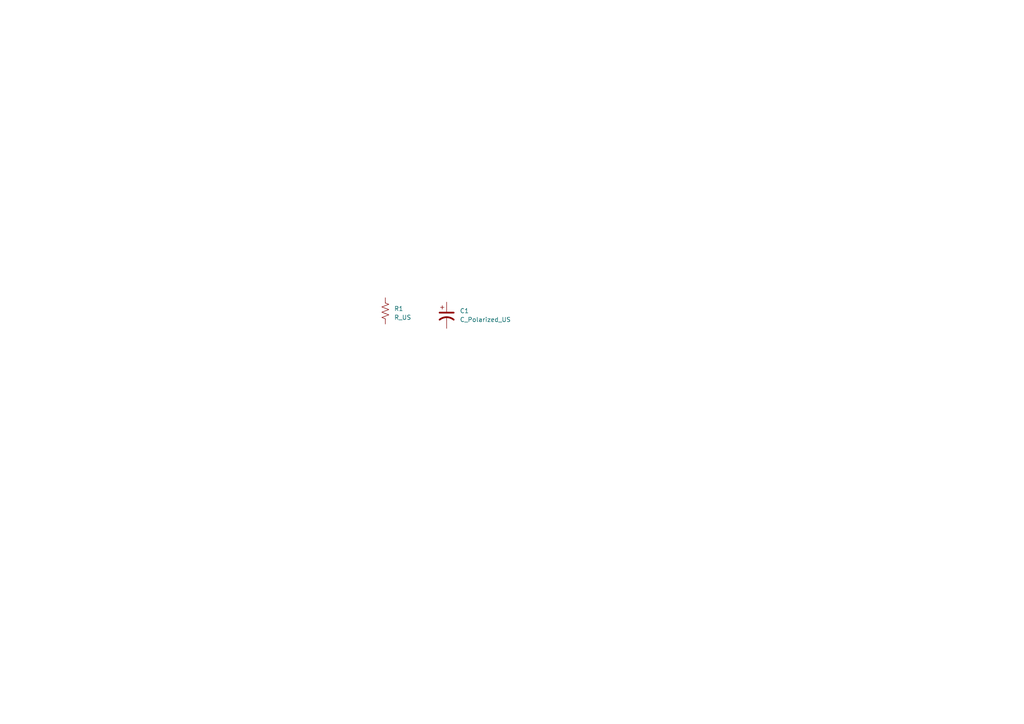
<source format=kicad_sch>
(kicad_sch (version 20220929) (generator eeschema)
  (paper "A4")
  (lib_symbols
    (symbol "Device:C_Polarized_US" (pin_numbers hide) (pin_names (offset 0.254) hide)
      (property "Reference" "C" (at 0.635 2.54 0))
      (property "Value" "C_Polarized_US" (at 0.635 -2.54 0))
      (symbol "C_Polarized_US_0_1"
        (polyline (pts (xy -2.032 0.762) (xy 2.032 0.762)) (stroke (width 0.508)))
        (polyline (pts (xy -1.778 2.286) (xy -0.762 2.286)))
        (polyline (pts (xy -1.27 1.778) (xy -1.27 2.794)))
        (arc (start 2.032 -1.27) (mid 0 -0.5572) (end -2.032 -1.27) (stroke (width 0.508)))
      )
      (symbol "C_Polarized_US_1_1"
        (pin passive line (at 0 3.81 270) (length 2.794) (name "~") (number "1"))
        (pin passive line (at 0 -3.81 90) (length 3.302) (name "~") (number "2"))
      )
    )
    (symbol "Device:R_US" (pin_numbers hide) (pin_names (offset 0))
      (property "Reference" "R" (at 2.54 0 90))
      (property "Value" "R_US" (at -2.54 0 90))
      (symbol "R_US_0_1"
        (polyline (pts (xy 0 -2.286) (xy 0 -2.54)))
        (polyline (pts (xy 0 2.286) (xy 0 2.54)))
        (polyline (pts (xy 0 -0.762) (xy 1.016 -1.143) (xy 0 -1.524) (xy -1.016 -1.905) (xy 0 -2.286)))
        (polyline (pts (xy 0 0.762) (xy 1.016 0.381) (xy 0 0) (xy -1.016 -0.381) (xy 0 -0.762)))
        (polyline (pts (xy 0 2.286) (xy 1.016 1.905) (xy 0 1.524) (xy -1.016 1.143) (xy 0 0.762)))
      )
      (symbol "R_US_1_1"
        (pin passive line (at 0 3.81 270) (length 1.27) (name "~") (number "1"))
        (pin passive line (at 0 -3.81 90) (length 1.27) (name "~") (number "2"))
      )
    )
  )
  (symbol (lib_id "Device:R_US") (at 111.76 90.17 0) (unit 1)
    (default_instance (reference "R1") (unit 1) (value "R_US") (footprint ""))
    (property "Reference" "R1" (at 114.3 89.535 0) (effects (justify left)))
    (property "Value" "R_US" (at 114.3 92.075 0) (effects (justify left)))
  )
  (symbol (lib_id "Device:C_Polarized_US") (at 129.54 91.44 0) (unit 1)
    (default_instance (reference "C1") (unit 1) (value "C_Polarized_US") (footprint ""))
    (property "Reference" "C1" (at 133.35 90.17 0) (effects (justify left)))
    (property "Value" "C_Polarized_US" (at 133.35 92.71 0) (effects (justify left)))
  )
)
</source>
